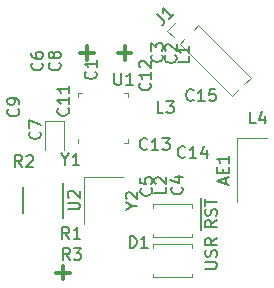
<source format=gbr>
G04 #@! TF.GenerationSoftware,KiCad,Pcbnew,5.1.5-52549c5~84~ubuntu19.04.1*
G04 #@! TF.CreationDate,2020-02-16T02:06:15+01:00*
G04 #@! TF.ProjectId,ilulissat,696c756c-6973-4736-9174-2e6b69636164,rev?*
G04 #@! TF.SameCoordinates,Original*
G04 #@! TF.FileFunction,Legend,Top*
G04 #@! TF.FilePolarity,Positive*
%FSLAX46Y46*%
G04 Gerber Fmt 4.6, Leading zero omitted, Abs format (unit mm)*
G04 Created by KiCad (PCBNEW 5.1.5-52549c5~84~ubuntu19.04.1) date 2020-02-16 02:06:15*
%MOMM*%
%LPD*%
G04 APERTURE LIST*
%ADD10C,0.300000*%
%ADD11C,0.100000*%
%ADD12C,0.120000*%
%ADD13C,0.150000*%
G04 APERTURE END LIST*
D10*
X145878571Y-91607142D02*
X147021428Y-91607142D01*
X146450000Y-92178571D02*
X146450000Y-91035714D01*
X149053571Y-91607142D02*
X150196428Y-91607142D01*
X149625000Y-92178571D02*
X149625000Y-91035714D01*
X143853571Y-110207142D02*
X144996428Y-110207142D01*
X144425000Y-110778571D02*
X144425000Y-109635714D01*
D11*
X150090000Y-107775000D02*
G75*
G03X150090000Y-107775000I-50000J0D01*
G01*
D12*
X153227710Y-89747487D02*
X154012599Y-88962599D01*
X153765111Y-90284889D02*
X153227710Y-89747487D01*
X155485835Y-89638967D02*
X155872290Y-89252513D01*
X154302513Y-90822290D02*
X154688967Y-90435835D01*
X155872290Y-89252513D02*
X160316456Y-93696679D01*
X154302513Y-90822290D02*
X158746679Y-95266456D01*
X159749024Y-94264111D02*
X160316456Y-93696679D01*
X158746679Y-95266456D02*
X159314111Y-94699024D01*
X155350000Y-107800000D02*
X155350000Y-108100000D01*
X152050000Y-107800000D02*
X155350000Y-107800000D01*
X152050000Y-108100000D02*
X152050000Y-107800000D01*
X155350000Y-110600000D02*
X155350000Y-110300000D01*
X152050000Y-110600000D02*
X155350000Y-110600000D01*
X152050000Y-110300000D02*
X152050000Y-110600000D01*
X146150000Y-102100000D02*
X146150000Y-106100000D01*
X149450000Y-102100000D02*
X146150000Y-102100000D01*
X142900000Y-97400000D02*
X142900000Y-99800000D01*
X144500000Y-97400000D02*
X142900000Y-97400000D01*
X144500000Y-99800000D02*
X144500000Y-97400000D01*
X159100000Y-98800000D02*
X159100000Y-104200000D01*
X161700000Y-98800000D02*
X159100000Y-98800000D01*
X152050000Y-106900000D02*
X152050000Y-107200000D01*
X152050000Y-107200000D02*
X155350000Y-107200000D01*
X155350000Y-107200000D02*
X155350000Y-106900000D01*
X152050000Y-104700000D02*
X152050000Y-104400000D01*
X152050000Y-104400000D02*
X155350000Y-104400000D01*
X155350000Y-104400000D02*
X155350000Y-104700000D01*
D13*
X144400000Y-105575000D02*
X144400000Y-102625000D01*
X141000000Y-105200000D02*
X141000000Y-103000000D01*
D12*
X145690000Y-95340000D02*
X145690000Y-94990000D01*
X145690000Y-94990000D02*
X146040000Y-94990000D01*
X149910000Y-98860000D02*
X149910000Y-99210000D01*
X149910000Y-99210000D02*
X149560000Y-99210000D01*
X149910000Y-95340000D02*
X149910000Y-94990000D01*
X149910000Y-94990000D02*
X149560000Y-94990000D01*
X145690000Y-98860000D02*
X145690000Y-99210000D01*
D13*
X144983333Y-109127380D02*
X144650000Y-108651190D01*
X144411904Y-109127380D02*
X144411904Y-108127380D01*
X144792857Y-108127380D01*
X144888095Y-108175000D01*
X144935714Y-108222619D01*
X144983333Y-108317857D01*
X144983333Y-108460714D01*
X144935714Y-108555952D01*
X144888095Y-108603571D01*
X144792857Y-108651190D01*
X144411904Y-108651190D01*
X145316666Y-108127380D02*
X145935714Y-108127380D01*
X145602380Y-108508333D01*
X145745238Y-108508333D01*
X145840476Y-108555952D01*
X145888095Y-108603571D01*
X145935714Y-108698809D01*
X145935714Y-108936904D01*
X145888095Y-109032142D01*
X145840476Y-109079761D01*
X145745238Y-109127380D01*
X145459523Y-109127380D01*
X145364285Y-109079761D01*
X145316666Y-109032142D01*
X150061904Y-108102380D02*
X150061904Y-107102380D01*
X150300000Y-107102380D01*
X150442857Y-107150000D01*
X150538095Y-107245238D01*
X150585714Y-107340476D01*
X150633333Y-107530952D01*
X150633333Y-107673809D01*
X150585714Y-107864285D01*
X150538095Y-107959523D01*
X150442857Y-108054761D01*
X150300000Y-108102380D01*
X150061904Y-108102380D01*
X151585714Y-108102380D02*
X151014285Y-108102380D01*
X151300000Y-108102380D02*
X151300000Y-107102380D01*
X151204761Y-107245238D01*
X151109523Y-107340476D01*
X151014285Y-107388095D01*
X152377072Y-88298476D02*
X152882148Y-88803552D01*
X152949492Y-88938239D01*
X152949492Y-89072926D01*
X152882148Y-89207613D01*
X152814805Y-89274956D01*
X153791286Y-88298476D02*
X153387225Y-88702537D01*
X153589255Y-88500506D02*
X152882148Y-87793399D01*
X152915820Y-87961758D01*
X152915820Y-88096445D01*
X152882148Y-88197460D01*
X156427380Y-109861904D02*
X157236904Y-109861904D01*
X157332142Y-109814285D01*
X157379761Y-109766666D01*
X157427380Y-109671428D01*
X157427380Y-109480952D01*
X157379761Y-109385714D01*
X157332142Y-109338095D01*
X157236904Y-109290476D01*
X156427380Y-109290476D01*
X157379761Y-108861904D02*
X157427380Y-108719047D01*
X157427380Y-108480952D01*
X157379761Y-108385714D01*
X157332142Y-108338095D01*
X157236904Y-108290476D01*
X157141666Y-108290476D01*
X157046428Y-108338095D01*
X156998809Y-108385714D01*
X156951190Y-108480952D01*
X156903571Y-108671428D01*
X156855952Y-108766666D01*
X156808333Y-108814285D01*
X156713095Y-108861904D01*
X156617857Y-108861904D01*
X156522619Y-108814285D01*
X156475000Y-108766666D01*
X156427380Y-108671428D01*
X156427380Y-108433333D01*
X156475000Y-108290476D01*
X157427380Y-107290476D02*
X156951190Y-107623809D01*
X157427380Y-107861904D02*
X156427380Y-107861904D01*
X156427380Y-107480952D01*
X156475000Y-107385714D01*
X156522619Y-107338095D01*
X156617857Y-107290476D01*
X156760714Y-107290476D01*
X156855952Y-107338095D01*
X156903571Y-107385714D01*
X156951190Y-107480952D01*
X156951190Y-107861904D01*
X155102380Y-91891666D02*
X155102380Y-92367857D01*
X154102380Y-92367857D01*
X155102380Y-91034523D02*
X155102380Y-91605952D01*
X155102380Y-91320238D02*
X154102380Y-91320238D01*
X154245238Y-91415476D01*
X154340476Y-91510714D01*
X154388095Y-91605952D01*
X150226190Y-104576190D02*
X150702380Y-104576190D01*
X149702380Y-104909523D02*
X150226190Y-104576190D01*
X149702380Y-104242857D01*
X149797619Y-103957142D02*
X149750000Y-103909523D01*
X149702380Y-103814285D01*
X149702380Y-103576190D01*
X149750000Y-103480952D01*
X149797619Y-103433333D01*
X149892857Y-103385714D01*
X149988095Y-103385714D01*
X150130952Y-103433333D01*
X150702380Y-104004761D01*
X150702380Y-103385714D01*
X144598809Y-100626190D02*
X144598809Y-101102380D01*
X144265476Y-100102380D02*
X144598809Y-100626190D01*
X144932142Y-100102380D01*
X145789285Y-101102380D02*
X145217857Y-101102380D01*
X145503571Y-101102380D02*
X145503571Y-100102380D01*
X145408333Y-100245238D01*
X145313095Y-100340476D01*
X145217857Y-100388095D01*
X160708333Y-97577380D02*
X160232142Y-97577380D01*
X160232142Y-96577380D01*
X161470238Y-96910714D02*
X161470238Y-97577380D01*
X161232142Y-96529761D02*
X160994047Y-97244047D01*
X161613095Y-97244047D01*
X158166666Y-102666666D02*
X158166666Y-102190476D01*
X158452380Y-102761904D02*
X157452380Y-102428571D01*
X158452380Y-102095238D01*
X157928571Y-101761904D02*
X157928571Y-101428571D01*
X158452380Y-101285714D02*
X158452380Y-101761904D01*
X157452380Y-101761904D01*
X157452380Y-101285714D01*
X158452380Y-100333333D02*
X158452380Y-100904761D01*
X158452380Y-100619047D02*
X157452380Y-100619047D01*
X157595238Y-100714285D01*
X157690476Y-100809523D01*
X157738095Y-100904761D01*
X152913333Y-96677380D02*
X152437142Y-96677380D01*
X152437142Y-95677380D01*
X153151428Y-95677380D02*
X153770476Y-95677380D01*
X153437142Y-96058333D01*
X153580000Y-96058333D01*
X153675238Y-96105952D01*
X153722857Y-96153571D01*
X153770476Y-96248809D01*
X153770476Y-96486904D01*
X153722857Y-96582142D01*
X153675238Y-96629761D01*
X153580000Y-96677380D01*
X153294285Y-96677380D01*
X153199047Y-96629761D01*
X153151428Y-96582142D01*
X153152380Y-102966666D02*
X153152380Y-103442857D01*
X152152380Y-103442857D01*
X152247619Y-102680952D02*
X152200000Y-102633333D01*
X152152380Y-102538095D01*
X152152380Y-102300000D01*
X152200000Y-102204761D01*
X152247619Y-102157142D01*
X152342857Y-102109523D01*
X152438095Y-102109523D01*
X152580952Y-102157142D01*
X153152380Y-102728571D01*
X153152380Y-102109523D01*
X156060000Y-106582142D02*
X156060000Y-105582142D01*
X157427380Y-105772619D02*
X156951190Y-106105952D01*
X157427380Y-106344047D02*
X156427380Y-106344047D01*
X156427380Y-105963095D01*
X156475000Y-105867857D01*
X156522619Y-105820238D01*
X156617857Y-105772619D01*
X156760714Y-105772619D01*
X156855952Y-105820238D01*
X156903571Y-105867857D01*
X156951190Y-105963095D01*
X156951190Y-106344047D01*
X156060000Y-105582142D02*
X156060000Y-104629761D01*
X157379761Y-105391666D02*
X157427380Y-105248809D01*
X157427380Y-105010714D01*
X157379761Y-104915476D01*
X157332142Y-104867857D01*
X157236904Y-104820238D01*
X157141666Y-104820238D01*
X157046428Y-104867857D01*
X156998809Y-104915476D01*
X156951190Y-105010714D01*
X156903571Y-105201190D01*
X156855952Y-105296428D01*
X156808333Y-105344047D01*
X156713095Y-105391666D01*
X156617857Y-105391666D01*
X156522619Y-105344047D01*
X156475000Y-105296428D01*
X156427380Y-105201190D01*
X156427380Y-104963095D01*
X156475000Y-104820238D01*
X156060000Y-104629761D02*
X156060000Y-103867857D01*
X156427380Y-104534523D02*
X156427380Y-103963095D01*
X157427380Y-104248809D02*
X156427380Y-104248809D01*
X144822380Y-104861904D02*
X145631904Y-104861904D01*
X145727142Y-104814285D01*
X145774761Y-104766666D01*
X145822380Y-104671428D01*
X145822380Y-104480952D01*
X145774761Y-104385714D01*
X145727142Y-104338095D01*
X145631904Y-104290476D01*
X144822380Y-104290476D01*
X144917619Y-103861904D02*
X144870000Y-103814285D01*
X144822380Y-103719047D01*
X144822380Y-103480952D01*
X144870000Y-103385714D01*
X144917619Y-103338095D01*
X145012857Y-103290476D01*
X145108095Y-103290476D01*
X145250952Y-103338095D01*
X145822380Y-103909523D01*
X145822380Y-103290476D01*
X148763095Y-93302380D02*
X148763095Y-94111904D01*
X148810714Y-94207142D01*
X148858333Y-94254761D01*
X148953571Y-94302380D01*
X149144047Y-94302380D01*
X149239285Y-94254761D01*
X149286904Y-94207142D01*
X149334523Y-94111904D01*
X149334523Y-93302380D01*
X150334523Y-94302380D02*
X149763095Y-94302380D01*
X150048809Y-94302380D02*
X150048809Y-93302380D01*
X149953571Y-93445238D01*
X149858333Y-93540476D01*
X149763095Y-93588095D01*
X140933333Y-101252380D02*
X140600000Y-100776190D01*
X140361904Y-101252380D02*
X140361904Y-100252380D01*
X140742857Y-100252380D01*
X140838095Y-100300000D01*
X140885714Y-100347619D01*
X140933333Y-100442857D01*
X140933333Y-100585714D01*
X140885714Y-100680952D01*
X140838095Y-100728571D01*
X140742857Y-100776190D01*
X140361904Y-100776190D01*
X141314285Y-100347619D02*
X141361904Y-100300000D01*
X141457142Y-100252380D01*
X141695238Y-100252380D01*
X141790476Y-100300000D01*
X141838095Y-100347619D01*
X141885714Y-100442857D01*
X141885714Y-100538095D01*
X141838095Y-100680952D01*
X141266666Y-101252380D01*
X141885714Y-101252380D01*
X144933333Y-107352380D02*
X144600000Y-106876190D01*
X144361904Y-107352380D02*
X144361904Y-106352380D01*
X144742857Y-106352380D01*
X144838095Y-106400000D01*
X144885714Y-106447619D01*
X144933333Y-106542857D01*
X144933333Y-106685714D01*
X144885714Y-106780952D01*
X144838095Y-106828571D01*
X144742857Y-106876190D01*
X144361904Y-106876190D01*
X145885714Y-107352380D02*
X145314285Y-107352380D01*
X145600000Y-107352380D02*
X145600000Y-106352380D01*
X145504761Y-106495238D01*
X145409523Y-106590476D01*
X145314285Y-106638095D01*
X155457142Y-95582142D02*
X155409523Y-95629761D01*
X155266666Y-95677380D01*
X155171428Y-95677380D01*
X155028571Y-95629761D01*
X154933333Y-95534523D01*
X154885714Y-95439285D01*
X154838095Y-95248809D01*
X154838095Y-95105952D01*
X154885714Y-94915476D01*
X154933333Y-94820238D01*
X155028571Y-94725000D01*
X155171428Y-94677380D01*
X155266666Y-94677380D01*
X155409523Y-94725000D01*
X155457142Y-94772619D01*
X156409523Y-95677380D02*
X155838095Y-95677380D01*
X156123809Y-95677380D02*
X156123809Y-94677380D01*
X156028571Y-94820238D01*
X155933333Y-94915476D01*
X155838095Y-94963095D01*
X157314285Y-94677380D02*
X156838095Y-94677380D01*
X156790476Y-95153571D01*
X156838095Y-95105952D01*
X156933333Y-95058333D01*
X157171428Y-95058333D01*
X157266666Y-95105952D01*
X157314285Y-95153571D01*
X157361904Y-95248809D01*
X157361904Y-95486904D01*
X157314285Y-95582142D01*
X157266666Y-95629761D01*
X157171428Y-95677380D01*
X156933333Y-95677380D01*
X156838095Y-95629761D01*
X156790476Y-95582142D01*
X154757142Y-100407142D02*
X154709523Y-100454761D01*
X154566666Y-100502380D01*
X154471428Y-100502380D01*
X154328571Y-100454761D01*
X154233333Y-100359523D01*
X154185714Y-100264285D01*
X154138095Y-100073809D01*
X154138095Y-99930952D01*
X154185714Y-99740476D01*
X154233333Y-99645238D01*
X154328571Y-99550000D01*
X154471428Y-99502380D01*
X154566666Y-99502380D01*
X154709523Y-99550000D01*
X154757142Y-99597619D01*
X155709523Y-100502380D02*
X155138095Y-100502380D01*
X155423809Y-100502380D02*
X155423809Y-99502380D01*
X155328571Y-99645238D01*
X155233333Y-99740476D01*
X155138095Y-99788095D01*
X156566666Y-99835714D02*
X156566666Y-100502380D01*
X156328571Y-99454761D02*
X156090476Y-100169047D01*
X156709523Y-100169047D01*
X151532142Y-99732142D02*
X151484523Y-99779761D01*
X151341666Y-99827380D01*
X151246428Y-99827380D01*
X151103571Y-99779761D01*
X151008333Y-99684523D01*
X150960714Y-99589285D01*
X150913095Y-99398809D01*
X150913095Y-99255952D01*
X150960714Y-99065476D01*
X151008333Y-98970238D01*
X151103571Y-98875000D01*
X151246428Y-98827380D01*
X151341666Y-98827380D01*
X151484523Y-98875000D01*
X151532142Y-98922619D01*
X152484523Y-99827380D02*
X151913095Y-99827380D01*
X152198809Y-99827380D02*
X152198809Y-98827380D01*
X152103571Y-98970238D01*
X152008333Y-99065476D01*
X151913095Y-99113095D01*
X152817857Y-98827380D02*
X153436904Y-98827380D01*
X153103571Y-99208333D01*
X153246428Y-99208333D01*
X153341666Y-99255952D01*
X153389285Y-99303571D01*
X153436904Y-99398809D01*
X153436904Y-99636904D01*
X153389285Y-99732142D01*
X153341666Y-99779761D01*
X153246428Y-99827380D01*
X152960714Y-99827380D01*
X152865476Y-99779761D01*
X152817857Y-99732142D01*
X151757142Y-94167857D02*
X151804761Y-94215476D01*
X151852380Y-94358333D01*
X151852380Y-94453571D01*
X151804761Y-94596428D01*
X151709523Y-94691666D01*
X151614285Y-94739285D01*
X151423809Y-94786904D01*
X151280952Y-94786904D01*
X151090476Y-94739285D01*
X150995238Y-94691666D01*
X150900000Y-94596428D01*
X150852380Y-94453571D01*
X150852380Y-94358333D01*
X150900000Y-94215476D01*
X150947619Y-94167857D01*
X151852380Y-93215476D02*
X151852380Y-93786904D01*
X151852380Y-93501190D02*
X150852380Y-93501190D01*
X150995238Y-93596428D01*
X151090476Y-93691666D01*
X151138095Y-93786904D01*
X150947619Y-92834523D02*
X150900000Y-92786904D01*
X150852380Y-92691666D01*
X150852380Y-92453571D01*
X150900000Y-92358333D01*
X150947619Y-92310714D01*
X151042857Y-92263095D01*
X151138095Y-92263095D01*
X151280952Y-92310714D01*
X151852380Y-92882142D01*
X151852380Y-92263095D01*
X144832142Y-96292857D02*
X144879761Y-96340476D01*
X144927380Y-96483333D01*
X144927380Y-96578571D01*
X144879761Y-96721428D01*
X144784523Y-96816666D01*
X144689285Y-96864285D01*
X144498809Y-96911904D01*
X144355952Y-96911904D01*
X144165476Y-96864285D01*
X144070238Y-96816666D01*
X143975000Y-96721428D01*
X143927380Y-96578571D01*
X143927380Y-96483333D01*
X143975000Y-96340476D01*
X144022619Y-96292857D01*
X144927380Y-95340476D02*
X144927380Y-95911904D01*
X144927380Y-95626190D02*
X143927380Y-95626190D01*
X144070238Y-95721428D01*
X144165476Y-95816666D01*
X144213095Y-95911904D01*
X144927380Y-94388095D02*
X144927380Y-94959523D01*
X144927380Y-94673809D02*
X143927380Y-94673809D01*
X144070238Y-94769047D01*
X144165476Y-94864285D01*
X144213095Y-94959523D01*
X140607142Y-96366666D02*
X140654761Y-96414285D01*
X140702380Y-96557142D01*
X140702380Y-96652380D01*
X140654761Y-96795238D01*
X140559523Y-96890476D01*
X140464285Y-96938095D01*
X140273809Y-96985714D01*
X140130952Y-96985714D01*
X139940476Y-96938095D01*
X139845238Y-96890476D01*
X139750000Y-96795238D01*
X139702380Y-96652380D01*
X139702380Y-96557142D01*
X139750000Y-96414285D01*
X139797619Y-96366666D01*
X140702380Y-95890476D02*
X140702380Y-95700000D01*
X140654761Y-95604761D01*
X140607142Y-95557142D01*
X140464285Y-95461904D01*
X140273809Y-95414285D01*
X139892857Y-95414285D01*
X139797619Y-95461904D01*
X139750000Y-95509523D01*
X139702380Y-95604761D01*
X139702380Y-95795238D01*
X139750000Y-95890476D01*
X139797619Y-95938095D01*
X139892857Y-95985714D01*
X140130952Y-95985714D01*
X140226190Y-95938095D01*
X140273809Y-95890476D01*
X140321428Y-95795238D01*
X140321428Y-95604761D01*
X140273809Y-95509523D01*
X140226190Y-95461904D01*
X140130952Y-95414285D01*
X144107142Y-92441666D02*
X144154761Y-92489285D01*
X144202380Y-92632142D01*
X144202380Y-92727380D01*
X144154761Y-92870238D01*
X144059523Y-92965476D01*
X143964285Y-93013095D01*
X143773809Y-93060714D01*
X143630952Y-93060714D01*
X143440476Y-93013095D01*
X143345238Y-92965476D01*
X143250000Y-92870238D01*
X143202380Y-92727380D01*
X143202380Y-92632142D01*
X143250000Y-92489285D01*
X143297619Y-92441666D01*
X143630952Y-91870238D02*
X143583333Y-91965476D01*
X143535714Y-92013095D01*
X143440476Y-92060714D01*
X143392857Y-92060714D01*
X143297619Y-92013095D01*
X143250000Y-91965476D01*
X143202380Y-91870238D01*
X143202380Y-91679761D01*
X143250000Y-91584523D01*
X143297619Y-91536904D01*
X143392857Y-91489285D01*
X143440476Y-91489285D01*
X143535714Y-91536904D01*
X143583333Y-91584523D01*
X143630952Y-91679761D01*
X143630952Y-91870238D01*
X143678571Y-91965476D01*
X143726190Y-92013095D01*
X143821428Y-92060714D01*
X144011904Y-92060714D01*
X144107142Y-92013095D01*
X144154761Y-91965476D01*
X144202380Y-91870238D01*
X144202380Y-91679761D01*
X144154761Y-91584523D01*
X144107142Y-91536904D01*
X144011904Y-91489285D01*
X143821428Y-91489285D01*
X143726190Y-91536904D01*
X143678571Y-91584523D01*
X143630952Y-91679761D01*
X142432142Y-98266666D02*
X142479761Y-98314285D01*
X142527380Y-98457142D01*
X142527380Y-98552380D01*
X142479761Y-98695238D01*
X142384523Y-98790476D01*
X142289285Y-98838095D01*
X142098809Y-98885714D01*
X141955952Y-98885714D01*
X141765476Y-98838095D01*
X141670238Y-98790476D01*
X141575000Y-98695238D01*
X141527380Y-98552380D01*
X141527380Y-98457142D01*
X141575000Y-98314285D01*
X141622619Y-98266666D01*
X141527380Y-97933333D02*
X141527380Y-97266666D01*
X142527380Y-97695238D01*
X142607142Y-92466666D02*
X142654761Y-92514285D01*
X142702380Y-92657142D01*
X142702380Y-92752380D01*
X142654761Y-92895238D01*
X142559523Y-92990476D01*
X142464285Y-93038095D01*
X142273809Y-93085714D01*
X142130952Y-93085714D01*
X141940476Y-93038095D01*
X141845238Y-92990476D01*
X141750000Y-92895238D01*
X141702380Y-92752380D01*
X141702380Y-92657142D01*
X141750000Y-92514285D01*
X141797619Y-92466666D01*
X141702380Y-91609523D02*
X141702380Y-91800000D01*
X141750000Y-91895238D01*
X141797619Y-91942857D01*
X141940476Y-92038095D01*
X142130952Y-92085714D01*
X142511904Y-92085714D01*
X142607142Y-92038095D01*
X142654761Y-91990476D01*
X142702380Y-91895238D01*
X142702380Y-91704761D01*
X142654761Y-91609523D01*
X142607142Y-91561904D01*
X142511904Y-91514285D01*
X142273809Y-91514285D01*
X142178571Y-91561904D01*
X142130952Y-91609523D01*
X142083333Y-91704761D01*
X142083333Y-91895238D01*
X142130952Y-91990476D01*
X142178571Y-92038095D01*
X142273809Y-92085714D01*
X151857142Y-103066666D02*
X151904761Y-103114285D01*
X151952380Y-103257142D01*
X151952380Y-103352380D01*
X151904761Y-103495238D01*
X151809523Y-103590476D01*
X151714285Y-103638095D01*
X151523809Y-103685714D01*
X151380952Y-103685714D01*
X151190476Y-103638095D01*
X151095238Y-103590476D01*
X151000000Y-103495238D01*
X150952380Y-103352380D01*
X150952380Y-103257142D01*
X151000000Y-103114285D01*
X151047619Y-103066666D01*
X150952380Y-102161904D02*
X150952380Y-102638095D01*
X151428571Y-102685714D01*
X151380952Y-102638095D01*
X151333333Y-102542857D01*
X151333333Y-102304761D01*
X151380952Y-102209523D01*
X151428571Y-102161904D01*
X151523809Y-102114285D01*
X151761904Y-102114285D01*
X151857142Y-102161904D01*
X151904761Y-102209523D01*
X151952380Y-102304761D01*
X151952380Y-102542857D01*
X151904761Y-102638095D01*
X151857142Y-102685714D01*
X154457142Y-102966666D02*
X154504761Y-103014285D01*
X154552380Y-103157142D01*
X154552380Y-103252380D01*
X154504761Y-103395238D01*
X154409523Y-103490476D01*
X154314285Y-103538095D01*
X154123809Y-103585714D01*
X153980952Y-103585714D01*
X153790476Y-103538095D01*
X153695238Y-103490476D01*
X153600000Y-103395238D01*
X153552380Y-103252380D01*
X153552380Y-103157142D01*
X153600000Y-103014285D01*
X153647619Y-102966666D01*
X153885714Y-102109523D02*
X154552380Y-102109523D01*
X153504761Y-102347619D02*
X154219047Y-102585714D01*
X154219047Y-101966666D01*
X152782142Y-91741666D02*
X152829761Y-91789285D01*
X152877380Y-91932142D01*
X152877380Y-92027380D01*
X152829761Y-92170238D01*
X152734523Y-92265476D01*
X152639285Y-92313095D01*
X152448809Y-92360714D01*
X152305952Y-92360714D01*
X152115476Y-92313095D01*
X152020238Y-92265476D01*
X151925000Y-92170238D01*
X151877380Y-92027380D01*
X151877380Y-91932142D01*
X151925000Y-91789285D01*
X151972619Y-91741666D01*
X151877380Y-91408333D02*
X151877380Y-90789285D01*
X152258333Y-91122619D01*
X152258333Y-90979761D01*
X152305952Y-90884523D01*
X152353571Y-90836904D01*
X152448809Y-90789285D01*
X152686904Y-90789285D01*
X152782142Y-90836904D01*
X152829761Y-90884523D01*
X152877380Y-90979761D01*
X152877380Y-91265476D01*
X152829761Y-91360714D01*
X152782142Y-91408333D01*
X153932142Y-91816666D02*
X153979761Y-91864285D01*
X154027380Y-92007142D01*
X154027380Y-92102380D01*
X153979761Y-92245238D01*
X153884523Y-92340476D01*
X153789285Y-92388095D01*
X153598809Y-92435714D01*
X153455952Y-92435714D01*
X153265476Y-92388095D01*
X153170238Y-92340476D01*
X153075000Y-92245238D01*
X153027380Y-92102380D01*
X153027380Y-92007142D01*
X153075000Y-91864285D01*
X153122619Y-91816666D01*
X153122619Y-91435714D02*
X153075000Y-91388095D01*
X153027380Y-91292857D01*
X153027380Y-91054761D01*
X153075000Y-90959523D01*
X153122619Y-90911904D01*
X153217857Y-90864285D01*
X153313095Y-90864285D01*
X153455952Y-90911904D01*
X154027380Y-91483333D01*
X154027380Y-90864285D01*
X147157142Y-93191666D02*
X147204761Y-93239285D01*
X147252380Y-93382142D01*
X147252380Y-93477380D01*
X147204761Y-93620238D01*
X147109523Y-93715476D01*
X147014285Y-93763095D01*
X146823809Y-93810714D01*
X146680952Y-93810714D01*
X146490476Y-93763095D01*
X146395238Y-93715476D01*
X146300000Y-93620238D01*
X146252380Y-93477380D01*
X146252380Y-93382142D01*
X146300000Y-93239285D01*
X146347619Y-93191666D01*
X147252380Y-92239285D02*
X147252380Y-92810714D01*
X147252380Y-92525000D02*
X146252380Y-92525000D01*
X146395238Y-92620238D01*
X146490476Y-92715476D01*
X146538095Y-92810714D01*
M02*

</source>
